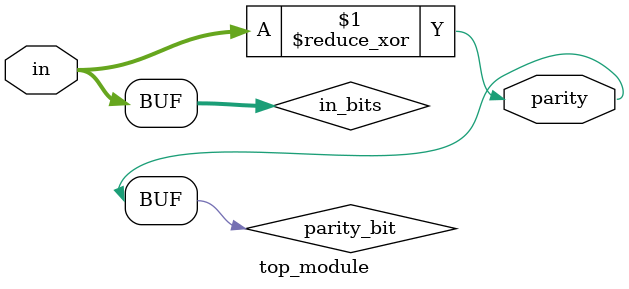
<source format=sv>
module top_module (
	input [7:0] in,
	output parity
);

// Declare internal wire for each bit of the input
wire [7:0] in_bits;
assign in_bits = in;

// Compute the parity bit using XOR gate
wire parity_bit;
assign parity_bit = ^in_bits;

// Output the parity bit
assign parity = parity_bit;

endmodule

</source>
